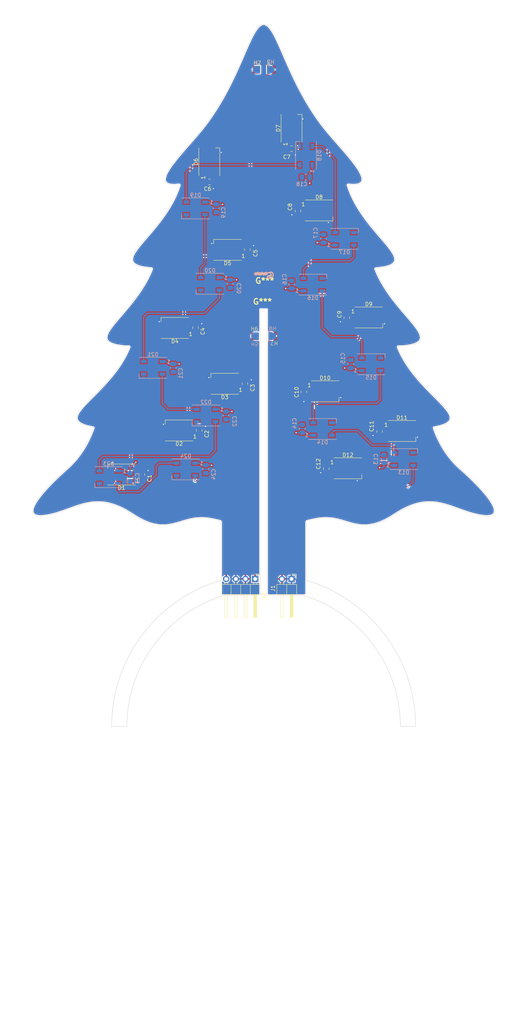
<source format=kicad_pcb>
(kicad_pcb (version 20240108) (generator "pcbnew") (generator_version "8.0")
  (layers (0 "F.Cu" signal) (31 "B.Cu" signal) (34 "B.Paste" user) (35 "F.Paste" user) (36 "B.SilkS" user "B.Silkscreen") (37 "F.SilkS" user "F.Silkscreen") (38 "B.Mask" user) (39 "F.Mask" user) (44 "Edge.Cuts" user))
  (net 0 "")
  (net 1 "+5V")
  (net 2 "GND")
  (net 3 "Net-(D1-DOUT)")
  (net 4 "Net-(D2-DOUT)")
  (net 5 "Net-(D3-DOUT)")
  (net 6 "Net-(D4-DOUT)")
  (net 7 "Net-(D5-DOUT)")
  (net 8 "Net-(D6-DOUT)")
  (net 9 "Net-(D7-DOUT)")
  (net 10 "Net-(D8-DOUT)")
  (net 11 "Net-(D10-DIN)")
  (net 12 "Net-(D10-DOUT)")
  (net 13 "Net-(D11-DOUT)")
  (net 14 "Net-(D12-DOUT)")
  (net 15 "Net-(D13-DOUT)")
  (net 16 "Net-(D14-DOUT)")
  (net 17 "Net-(D15-DOUT)")
  (net 18 "Net-(D16-DOUT)")
  (net 19 "Net-(D17-DOUT)")
  (net 20 "Net-(D18-DOUT)")
  (net 21 "Net-(D19-DOUT)")
  (net 22 "Net-(D20-DOUT)")
  (net 23 "Net-(D21-DOUT)")
  (net 24 "Net-(D22-DOUT)")
  (net 25 "Net-(D23-DOUT)")
  (net 26 "Net-(D1-DIN)")
  (net 27 "/D_OUT")
  (net 28 "Net-(D1-VDD)")
  (net 29 "Net-(D2-VDD)")
  (net 30 "Net-(D3-VDD)")
  (net 31 "Net-(D4-VDD)")
  (net 32 "Net-(D5-VDD)")
  (net 33 "Net-(D6-VDD)")
  (net 34 "Net-(D7-VDD)")
  (net 35 "Net-(D8-VDD)")
  (net 36 "Net-(D9-VDD)")
  (net 37 "Net-(D10-VDD)")
  (net 38 "Net-(D11-VDD)")
  (net 39 "Net-(D12-VDD)")
  (footprint "Capacitor_SMD:C_0805_2012Metric_Pad1.18x1.45mm_HandSolder" (layer "F.Cu") (at 108.98 70.11 -90)
    (property "Reference" "C8")
    (property "Value" "100nF")
  )
  (footprint "Connector_PinHeader_2.54mm:PinHeader_1x02_P2.54mm_Horizontal" (layer "F.Cu") (at 107.3 166.78 -90)
    (property "Reference" "J1")
    (property "Value" "Conn_01x02_Pin")
  )
  (footprint "Silkscreen:ChristmasTree_PCB2_TOP_Schnee_gefüllt_Eco1" (layer "F.Cu") (at 100.25 88.45)
    (property "Reference" "G***")
    (property "Value" "LOGO" (hide yes))
  )
  (footprint "Capacitor_SMD:C_0805_2012Metric_Pad1.18x1.45mm_HandSolder" (layer "F.Cu") (at 110.54 117.64 -90)
    (property "Reference" "C10")
    (property "Value" "100nF")
  )
  (footprint "Hella_Bauteile:LED_WS2812B_PLCC4_ECO1" (layer "F.Cu") (at 127.59 98.0975)
    (property "Reference" "D9")
    (property "Value" "WS2812B")
  )
  (footprint "Hella_Bauteile:SolderConnectorTriangle" (layer "F.Cu") (at 101.85 33 180)
    (property "Reference" "H3")
    (property "Value" "SolderConnectorTriangle")
  )
  (footprint "NetTie:NetTie-2_SMD_Pad0.5mm" (layer "F.Cu") (at 95.97 116.54 180)
    (property "Reference" "NT3" (hide yes))
    (property "Value" "NetTie_2" (hide yes))
  )
  (footprint "NetTie:NetTie-2_SMD_Pad0.5mm" (layer "F.Cu") (at 83.89 62.47)
    (property "Reference" "NT6" (hide yes))
    (property "Value" "NetTie_2" (hide yes))
  )
  (footprint "Hella_Bauteile:LED_WS2812B_PLCC4_ECO1" (layer "F.Cu") (at 122.11 137.72)
    (property "Reference" "D12")
    (property "Value" "WS2812B")
  )
  (footprint "Capacitor_SMD:C_0805_2012Metric_Pad1.18x1.45mm_HandSolder" (layer "F.Cu") (at 83.02 127.76 90)
    (property "Reference" "C2")
    (property "Value" "100nF")
  )
  (footprint "Capacitor_SMD:C_0805_2012Metric_Pad1.18x1.45mm_HandSolder" (layer "F.Cu") (at 82.05 100.77 90)
    (property "Reference" "C4")
    (property "Value" "100nF")
  )
  (footprint "NetTie:NetTie-2_SMD_Pad0.5mm" (layer "F.Cu") (at 83.94 128.8 180)
    (property "Reference" "NT2" (hide yes))
    (property "Value" "NetTie_2" (hide yes))
  )
  (footprint "NetTie:NetTie-2_SMD_Pad0.5mm" (layer "F.Cu") (at 109.62 116.6)
    (property "Reference" "NT10" (hide yes))
    (property "Value" "NetTie_2" (hide yes))
  )
  (footprint "Hella_Bauteile:LED_WS2812B_PLCC4_ECO1" (layer "F.Cu") (at 76.62 100.86 180)
    (property "Reference" "D4")
    (property "Value" "WS2812B")
  )
  (footprint "Capacitor_SMD:C_0805_2012Metric_Pad1.18x1.45mm_HandSolder" (layer "F.Cu") (at 121.82 98.18 -90)
    (property "Reference" "C9")
    (property "Value" "100nF")
  )
  (footprint "NetTie:NetTie-2_SMD_Pad0.5mm" (layer "F.Cu") (at 115.5 136.81)
    (property "Reference" "NT12" (hide yes))
    (property "Value" "NetTie_2" (hide yes))
  )
  (footprint "Hella_Bauteile:LED_WS2812B_PLCC4_ECO1" (layer "F.Cu") (at 114.53 69.98)
    (property "Reference" "D8")
    (property "Value" "WS2812B")
  )
  (footprint "Hella_Bauteile:LED_WS2812B_PLCC4_ECO1" (layer "F.Cu") (at 136.32 127.92)
    (property "Reference" "D11")
    (property "Value" "WS2812B")
  )
  (footprint "NetTie:NetTie-2_SMD_Pad0.5mm" (layer "F.Cu") (at 82.97 101.81 180)
    (property "Reference" "NT4" (hide yes))
    (property "Value" "NetTie_2" (hide yes))
  )
  (footprint "Hella_Bauteile:SolderConnectorRectangle" (layer "F.Cu") (at 97.8 103)
    (property "Reference" "H6")
    (property "Value" "SolderConnectorRectangle")
  )
  (footprint "NetTie:NetTie-2_SMD_Pad0.5mm" (layer "F.Cu") (at 96.6 81.3 180)
    (property "Reference" "NT5" (hide yes))
    (property "Value" "NetTie_2" (hide yes))
  )
  (footprint "Hella_Bauteile:LED_WS2812B_PLCC4_ECO1" (layer "F.Cu") (at 85.67 57.2 90)
    (property "Reference" "D6")
    (property "Value" "WS2812B")
  )
  (footprint "Hella_Bauteile:SolderConnectorRectangle" (layer "F.Cu") (at 98.17 33)
    (property "Reference" "H2")
    (property "Value" "SolderConnectorRectangle")
  )
  (footprint "Hella_Bauteile:LED_WS2812B_PLCC4_ECO1" (layer "F.Cu") (at 62.61 139.35 180)
    (property "Reference" "D1")
    (property "Value" "WS2812B")
  )
  (footprint "Capacitor_SMD:C_0805_2012Metric_Pad1.18x1.45mm_HandSolder" (layer "F.Cu") (at 130.47 128.06 -90)
    (property "Reference" "C11")
    (property "Value" "100nF")
  )
  (footprint "NetTie:NetTie-2_SMD_Pad0.5mm" (layer "F.Cu") (at 68.88 140.4 180)
    (property "Reference" "NT1" (hide yes))
    (property "Value" "NetTie_2" (hide yes))
  )
  (footprint "Hella_Bauteile:LED_WS2812B_PLCC4_ECO1" (layer "F.Cu") (at 107.3 48.4 90)
    (property "Reference" "D7")
    (property "Value" "WS2812B")
  )
  (footprint "Capacitor_SMD:C_0805_2012Metric_Pad1.18x1.45mm_HandSolder" (layer "F.Cu") (at 95.68 80.27 90)
    (property "Reference" "C5")
    (property "Value" "100nF")
  )
  (footprint "NetTie:NetTie-2_SMD_Pad0.5mm" (layer "F.Cu") (at 120.89 97.15)
    (property "Reference" "NT9" (hide yes))
    (property "Value" "NetTie_2" (hide yes))
  )
  (footprint "NetTie:NetTie-2_SMD_Pad0.5mm" (layer "F.Cu") (at 106.26 54.68 90)
    (property "Reference" "NT7" (hide yes))
    (property "Value" "NetTie_2" (hide yes))
  )
  (footprint "NetTie:NetTie-2_SMD_Pad0.5mm" (layer "F.Cu") (at 129.55 127.02)
    (property "Reference" "NT11" (hide yes))
    (property "Value" "NetTie_2" (hide yes))
  )
  (footprint "Capacitor_SMD:C_0805_2012Metric_Pad1.18x1.45mm_HandSolder" (layer "F.Cu") (at 107.3 53.76)
    (property "Reference" "C7")
    (property "Value" "100nF")
  )
  (footprint "Hella_Bauteile:SolderConnectorTriangle" (layer "F.Cu") (at 102.2 103 180)
    (property "Reference" "H7")
    (property "Value" "SolderConnectorTriangle")
  )
  (footprint "NetTie:NetTie-2_SMD_Pad0.5mm" (layer "F.Cu") (at 108.06 69.07)
    (property "Reference" "NT8" (hide yes))
    (property "Value" "NetTie_2" (hide yes))
  )
  (footprint "Capacitor_SMD:C_0805_2012Metric_Pad1.18x1.45mm_HandSolder" (layer "F.Cu") (at 67.95 139.36 90)
    (property "Reference" "C1")
    (property "Value" "100nF")
  )
  (footprint "Hella_Bauteile:LED_WS2812B_PLCC4_ECO1" (layer "F.Cu") (at 89.74 115.52 180)
    (property "Reference" "D3")
    (property "Value" "WS2812B")
  )
  (footprint "Capacitor_SMD:C_0805_2012Metric_Pad1.18x1.45mm_HandSolder" (layer "F.Cu") (at 116.43 137.85 -90)
    (property "Reference" "C12")
    (property "Value" "100nF")
  )
  (footprint "Hella_Bauteile:LED_WS2812B_PLCC4_ECO1" (layer "F.Cu") (at 77.74 127.78 180)
    (property "Reference" "D2")
    (property "Value" "WS2812B")
  )
  (footprint "Connector_PinHeader_2.54mm:PinHeader_1x04_P2.54mm_Horizontal" (layer "F.Cu") (at 97.73 166.78 -90)
    (property "Reference" "J2")
    (property "Value" "Conn_01x04")
  )
  (footprint "Hella_Bauteile:LED_WS2812B_PLCC4_ECO1" (layer "F.Cu") (at 116.12 117.49)
    (property "Reference" "D10")
    (property "Value" "WS2812B")
  )
  (footprint "Capacitor_SMD:C_0805_2012Metric_Pad1.18x1.45mm_HandSolder" (layer "F.Cu") (at 85.72 62.49)
    (property "Reference" "C6")
    (property "Value" "100nF")
  )
  (footprint "Silkscreen:ChristmasTree_PCB2_TOP_Kugeln_Eco1" (layer "F.Cu") (at 110.29 99.62)
    (property "Reference" "G***")
    (property "Value" "LOGO" (hide yes))
  )
  (footprint "Capacitor_SMD:C_0805_2012Metric_Pad1.18x1.45mm_HandSolder" (layer "F.Cu") (at 95.04 115.5 90)
    (property "Reference" "C3")
    (property "Value" "100nF")
  )
  (footprint "Hella_Bauteile:LED_WS2812B_PLCC4_ECO1" (layer "F.Cu") (at 90.46 80.34 180)
    (property "Reference" "D5")
    (property "Value" "WS2812B")
  )
  (footprint "Hella_Bauteile:LED_WS2812B_ECO2" (layer "B.Cu") (at 82.07 69.44 180)
    (property "Reference" "D19")
    (property "Value" "WS2812B")
  )
  (footprint "Hella_Bauteile:SolderConnectorCircle" (layer "B.Cu") (at 98.2 103)
    (property "Reference" "H5")
    (property "Value" "SolderConnectorCircle")
  )
  (footprint "Capacitor_SMD:C_0805_2012Metric_Pad1.18x1.45mm_HandSolder" (layer "B.Cu") (at 107.34 89.45 90)
    (property "Reference" "C16")
    (property "Value" "100nF")
  )
  (footprint "Hella_Bauteile:LED_WS2812B_ECO2" (layer "B.Cu") (at 84.81 123.8425 180)
    (property "Reference" "D22")
    (property "Value" "WS2812B")
  )
  (footprint "Capacitor_SMD:C_0805_2012Metric_Pad1.18x1.45mm_HandSolder" (layer "B.Cu") (at 90.06 123.85 -90)
    (property "Reference" "C22")
    (property "Value" "100nF")
  )
  (footprint "Hella_Bauteile:LED_WS2812B_ECO2" (layer "B.Cu") (at 136.8 135.3)
    (property "Reference" "D13")
    (property "Value" "WS2812B")
  )
  (footprint "Hella_Bauteile:LED_WS2812B_ECO2" (layer "B.Cu") (at 70.85 111.3225 180)
    (property "Reference" "D21")
    (property "Value" "WS2812B")
  )
  (footprint "Capacitor_SMD:C_0805_2012Metric_Pad1.18x1.45mm_HandSolder" (layer "B.Cu") (at 122.88 110.34 90)
    (property "Reference" "C15")
    (property "Value" "100nF")
  )
  (footprint "Hella_Bauteile:LED_WS2812B_ECO2" (layer "B.Cu") (at 85.86 89.25 180)
    (property "Reference" "D20")
    (property "Value" "WS2812B")
  )
  (footprint "Hella_Bauteile:LED_WS2812B_ECO2" (layer "B.Cu") (at 59.22 140.0425 180)
    (property "Reference" "D23")
    (property "Value" "WS2812B")
  )
  (footprint "Hella_Bauteile:LED_WS2812B_ECO2" (layer "B.Cu") (at 112.88 89.47)
    (property "Reference" "D16")
    (property "Value" "WS2812B")
  )
  (footprint "Hella_Bauteile:LED_WS2812B_ECO2" (layer "B.Cu") (at 121.22 77.44)
    (property "Reference" "D17")
    (property "Value" "WS2812B")
  )
  (footprint "Hella_Bauteile:SolderConnectorTrapezoid" (layer "B.Cu") (at 101.83 33 180)
    (property "Reference" "H4")
    (property "Value" "SolderConnectorTrapezoid")
  )
  (footprint "Silkscreen:ChristmasTree_PCB2_BOT_Kugeln_Eco2" (layer "B.Cu") (at 94.959892 115.350189 180)
    (property "Reference" "G***")
    (property "Value" "LOGO" (hide yes))
  )
  (footprint "Capacitor_SMD:C_0805_2012Metric_Pad1.18x1.45mm_HandSolder" (layer "B.Cu") (at 111.04 61.23 180)
    (property "Reference" "C18")
    (property "Value" "100nF")
  )
  (footprint "Hella_Bauteile:LED_WS2812B_ECO2" (layer "B.Cu") (at 79.48 138.0025 180)
    (property "Reference" "D24")
    (property "Value" "WS2812B")
  )
  (footprint "Hella_Bauteile:LED_WS2812B_ECO2" (layer "B.Cu") (at 111.1 55.56 90)
    (property "Reference" "D18")
    (property "Value" "WS2812B")
  )
  (footprint "Hella_Bauteile:LED_WS2812B_ECO2" (layer "B.Cu") (at 115.44 127.4)
    (property "Reference" "D14")
    (property "Value" "WS2812B")
  )
  (footprint "Capacitor_SMD:C_0805_2012Metric_Pad1.18x1.45mm_HandSolder" (layer "B.Cu") (at 91.16 89.26 -90)
    (property "Reference" "C20")
    (property "Value" "100nF")
  )
  (footprint "Hella_Bauteile:SolderConnectorCircle" (layer "B.Cu") (at 98.57 33)
    (property "Reference" "H1")
    (property "Value" "SolderConnectorCircle")
  )
  (footprint "Capacitor_SMD:C_0805_2012Metric_Pad1.18x1.45mm_HandSolder" (layer "B.Cu") (at 115.7 77.38 90)
    (property "Reference" "C17")
    (property "Value" "100nF")
  )
  (footprint "Hella_Bauteile:LED_WS2812B_ECO2" (layer "B.Cu") (at 128.23 110.39)
    (property "Reference" "D15")
    (property "Value" "WS2812B")
  )
  (footprint "Capacitor_SMD:C_0805_2012Metric_Pad1.18x1.45mm_HandSolder" (layer "B.Cu") (at 64.82 140.09 -90)
    (property "Reference" "C23")
    (property "Value" "100nF")
  )
  (footprint "Capacitor_SMD:C_0805_2012Metric_Pad1.18x1.45mm_HandSolder" (layer "B.Cu") (at 87.48 69.41 -90)
    (property "Reference" "C19")
    (property "Value" "100nF")
  )
  (footprint "Hella_Bauteile:SolderConnectorTrapezoid" (layer "B.Cu") (at 102.2 103 180)
    (property "Reference" "H8")
    (property "Value" "SolderConnectorTrapezoid")
  )
  (footprint "Capacitor_SMD:C_0805_2012Metric_Pad1.18x1.45mm_HandSolder" (layer "B.Cu") (at 84.72 137.94 -90)
    (property "Reference" "C24")
    (property "Value" "100nF")
  )
  (footprint "Silkscreen:ChristmasTree_PCB2_BOT_Schnee_gefüllt_Eco2" (layer "B.Cu") (at 100.28 87 180)
    (property "Reference" "G***")
    (property "Value" "LOGO" (hide yes))
  )
  (footprint "Capacitor_SMD:C_0805_2012Metric_Pad1.18x1.45mm_HandSolder" (layer "B.Cu") (at 131.59 135.27 90)
    (property "Reference" "C13")
    (property "Value" "100nF")
  )
  (footprint "Capacitor_SMD:C_0805_2012Metric_Pad1.18x1.45mm_HandSolder" (layer "B.Cu") (at 76.19 111.34 -90)
    (property "Reference" "C21")
    (property "Value" "100nF")
  )
  (footprint "Capacitor_SMD:C_0805_2012Metric_Pad1.18x1.45mm_HandSolder" (layer "B.Cu") (at 110.11 127.32 90)
    (property "Reference" "C14")
    (property "Value" "100nF")
  )
  (gr_curve (pts (xy 144.738171 126.931397) (xy 144.794315 126.920813) (xy 144.84739 126.913405) (xy 144.903879 126.903139)) (stroke (width 0.1)) (layer "Edge.Cuts"))
  (gr_curve (pts (xy 156.944125 150.07) (xy 164.733475 151.421173) (xy 159.191361 144.509974) (xy 151.553591 137.747259)) (stroke (width 0.1)) (layer "Edge.Cuts"))
  (gr_curve (pts (xy 115.563423 47.916171) (xy 113.785399 45.616045) (xy 112.254416 43.263055) (xy 110.920812 40.959331)) (stroke (width 0.1)) (layer "Edge.Cuts"))
  (gr_curve (pts (xy 136.9099 105.588359) (xy 148.350337 104.423929) (xy 134.136938 97.682566) (xy 129.3183 85.490396)) (stroke (width 0.1)) (layer "Edge.Cuts"))
  (gr_line (start 100.866658 167.158358) (end 100.866658 171.04958) (stroke (width 0.1)) (layer "Edge.Cuts"))
  (gr_curve (pts (xy 129.3183 85.490396) (xy 129.236993 85.289551) (xy 129.34997 85.127283) (xy 129.568754 85.116594)) (stroke (width 0.1)) (layer "Edge.Cuts"))
  (gr_curve (pts (xy 88.773363 167.154918) (xy 72.150618 171.98459) (xy 60.004433 187.330404) (xy 60.004433 205.519453)) (stroke (width 0.1)) (layer "Edge.Cuts"))
  (gr_curve (pts (xy 84.370702 47.916171) (xy 83.612275 48.896821) (xy 82.702083 49.969255) (xy 81.739 51.073598)) (stroke (width 0.1)) (layer "Edge.Cuts"))
  (gr_curve (pts (xy 77.904425 63.448886) (xy 73.74862 76.607578) (xy 57.852447 83.864322) (xy 69.765747 85.074234)) (stroke (width 0.1)) (layer "Edge.Cuts"))
  (gr_curve (pts (xy 100.348181 21.101636) (xy 100.245682 21.066341) (xy 100.108231 21.048587) (xy 99.96697 21.048587)) (stroke (width 0.1)) (layer "Edge.Cuts"))
  (gr_curve (pts (xy 122.029858 63.448886) (xy 121.96612 63.244416) (xy 122.089786 63.103156) (xy 122.30476 63.127973)) (stroke (width 0.1)) (layer "Edge.Cuts"))
  (gr_curve (pts (xy 70.368996 85.116594) (xy 70.584313 85.127177) (xy 70.697132 85.289551) (xy 70.61601 85.490396)) (stroke (width 0.1)) (layer "Edge.Cuts"))
  (gr_curve (pts (xy 111.421721 151.523487) (xy 112.180333 151.332987) (xy 113.016124 151.149367) (xy 113.954547 150.972969)) (stroke (width 0.1)) (layer "Edge.Cuts"))
  (gr_line (start 88.787492 167.154918) (end 88.773363 167.154918) (stroke (width 0.1)) (layer "Edge.Cuts"))
  (gr_curve (pts (xy 55.231435 127.322768) (xy 54.049596 130.610767) (xy 51.978757 134.561944) (xy 48.383974 137.747259)) (stroke (width 0.1)) (layer "Edge.Cuts"))
  (gr_curve (pts (xy 64.470647 105.634185) (xy 64.685806 105.623602) (xy 64.798624 105.771662) (xy 64.717503 105.969041)) (stroke (width 0.1)) (layer "Edge.Cuts"))
  (gr_curve (pts (xy 129.568754 85.116594) (xy 129.759254 85.10945) (xy 129.960099 85.095162) (xy 130.168193 85.074234)) (stroke (width 0.1)) (layer "Edge.Cuts"))
  (gr_curve (pts (xy 48.383974 137.747259) (xy 40.742764 144.509974) (xy 35.20065 151.421173) (xy 42.99 150.07)) (stroke (width 0.1)) (layer "Edge.Cuts"))
  (gr_curve (pts (xy 111.146475 151.996164) (xy 111.146475 151.784286) (xy 111.210213 151.576192) (xy 111.421721 151.523487)) (stroke (width 0.1)) (layer "Edge.Cuts"))
  (gr_line (start 99.046274 167.154918) (end 99.046274 95.950394) (stroke (width 0.1)) (layer "Edge.Cuts"))
  (gr_curve (pts (xy 64.717503 105.969041) (xy 59.59515 118.76446) (xy 43.247518 124.818172) (xy 55.030246 126.903139)) (stroke (width 0.1)) (layer "Edge.Cuts"))
  (gr_curve (pts (xy 55.196113 126.931397) (xy 55.287765 126.945155) (xy 55.305492 127.118113) (xy 55.231435 127.322768)) (stroke (width 0.1)) (layer "Edge.Cuts"))
  (gr_curve (pts (xy 134.475578 149.769937) (xy 144.491156 143.134354) (xy 149.154775 148.718854) (xy 156.944125 150.07)) (stroke (width 0.1)) (layer "Edge.Cuts"))
  (gr_curve (pts (xy 89.013313 40.959331) (xy 87.679894 43.263055) (xy 86.152324 45.616045) (xy 84.370702 47.916171)) (stroke (width 0.1)) (layer "Edge.Cuts"))
  (gr_curve (pts (xy 144.70269 127.322768) (xy 144.628607 127.118113) (xy 144.646175 126.945181) (xy 144.738171 126.931397)) (stroke (width 0.1)) (layer "Edge.Cuts"))
  (gr_curve (pts (xy 99.96697 21.048587) (xy 99.825894 21.048587) (xy 99.688443 21.066314) (xy 99.586129 21.101636)) (stroke (width 0.1)) (layer "Edge.Cuts"))
  (gr_curve (pts (xy 144.903879 126.903139) (xy 156.686448 124.818172) (xy 140.33879 118.76446) (xy 135.216622 105.969041)) (stroke (width 0.1)) (layer "Edge.Cuts"))
  (gr_curve (pts (xy 70.61601 85.490396) (xy 65.797002 97.682566) (xy 51.583603 104.423929) (xy 63.024225 105.588359)) (stroke (width 0.1)) (layer "Edge.Cuts"))
  (gr_curve (pts (xy 113.954547 150.972969) (xy 121.892037 149.470217) (xy 124.551996 156.345935) (xy 134.475578 149.769937)) (stroke (width 0.1)) (layer "Edge.Cuts"))
  (gr_curve (pts (xy 139.905059 205.519453) (xy 139.905059 196.43198) (xy 136.870954 188.05007) (xy 131.755691 181.33662)) (stroke (width 0.1)) (layer "Edge.Cuts"))
  (gr_curve (pts (xy 118.195125 51.073598) (xy 117.235667 49.969255) (xy 116.325475 48.896821) (xy 115.563423 47.916171)) (stroke (width 0.1)) (layer "Edge.Cuts"))
  (gr_curve (pts (xy 69.765747 85.074234) (xy 69.973841 85.095136) (xy 70.17503 85.10937) (xy 70.368996 85.116594)) (stroke (width 0.1)) (layer "Edge.Cuts"))
  (gr_curve (pts (xy 64.004875 205.519453) (xy 64.004875 189.683393) (xy 74.559938 175.540268) (xy 89.704748 171.04958)) (stroke (width 0.1)) (layer "Edge.Cuts"))
  (gr_line (start 88.787492 151.996164) (end 88.787492 167.154918) (stroke (width 0.1)) (layer "Edge.Cuts"))
  (gr_curve (pts (xy 63.024225 105.588359) (xy 63.549766 105.641091) (xy 64.029666 105.651753) (xy 64.470647 105.634185)) (stroke (width 0.1)) (layer "Edge.Cuts"))
  (gr_curve (pts (xy 131.755691 181.33662) (xy 130.637405 179.869005) (xy 129.42027 178.478912) (xy 128.111484 177.180815)) (stroke (width 0.1)) (layer "Edge.Cuts"))
  (gr_line (start 100.866658 171.04958) (end 110.208025 171.04958) (stroke (width 0.1)) (layer "Edge.Cuts"))
  (gr_line (start 99.046274 95.950394) (end 100.866658 95.950394) (stroke (width 0.1)) (layer "Edge.Cuts"))
  (gr_curve (pts (xy 110.920812 40.959331) (xy 105.212989 31.081548) (xy 103.103205 22.015294) (xy 100.348181 21.101636)) (stroke (width 0.1)) (layer "Edge.Cuts"))
  (gr_line (start 99.046274 171.04958) (end 99.046274 167.154918) (stroke (width 0.1)) (layer "Edge.Cuts"))
  (gr_curve (pts (xy 42.99 150.07) (xy 50.77935 148.718854) (xy 55.446567 143.134354) (xy 65.458362 149.769937)) (stroke (width 0.1)) (layer "Edge.Cuts"))
  (gr_curve (pts (xy 88.515844 151.523487) (xy 88.724097 151.576192) (xy 88.787492 151.784286) (xy 88.787492 151.996164)) (stroke (width 0.1)) (layer "Edge.Cuts"))
  (gr_curve (pts (xy 130.168193 85.074234) (xy 142.081651 83.864322) (xy 126.18532 76.607578) (xy 122.029858 63.448886)) (stroke (width 0.1)) (layer "Edge.Cuts"))
  (gr_curve (pts (xy 135.216622 105.969041) (xy 135.135316 105.771662) (xy 135.248319 105.623522) (xy 135.463637 105.634185)) (stroke (width 0.1)) (layer "Edge.Cuts"))
  (gr_line (start 100.866658 95.950394) (end 100.866658 167.158358) (stroke (width 0.1)) (layer "Edge.Cuts"))
  (gr_line (start 111.146475 167.158358) (end 111.146475 151.996164) (stroke (width 0.1)) (layer "Edge.Cuts"))
  (gr_curve (pts (xy 85.979393 150.972969) (xy 86.917842 151.149367) (xy 87.753951 151.332987) (xy 88.515844 151.523487)) (stroke (width 0.1)) (layer "Edge.Cuts"))
  (gr_curve (pts (xy 77.62918 63.127973) (xy 77.844312 63.103103) (xy 77.96782 63.244416) (xy 77.904425 63.448886)) (stroke (width 0.1)) (layer "Edge.Cuts"))
  (gr_curve (pts (xy 55.030246 126.903139) (xy 55.086735 126.913458) (xy 55.139625 126.920602) (xy 55.196113 126.931397)) (stroke (width 0.1)) (layer "Edge.Cuts"))
  (gr_curve (pts (xy 128.111484 177.180815) (xy 123.444398 172.541643) (xy 117.637701 169.049359) (xy 111.146475 167.158358)) (stroke (width 0.1)) (layer "Edge.Cuts"))
  (gr_curve (pts (xy 99.586129 21.101636) (xy 96.83436 22.015294) (xy 94.721294 31.081548) (xy 89.013313 40.959331)) (stroke (width 0.1)) (layer "Edge.Cuts"))
  (gr_curve (pts (xy 122.30476 63.127973) (xy 130.161314 64.091029) (xy 123.430296 57.08839) (xy 118.195125 51.073598)) (stroke (width 0.1)) (layer "Edge.Cuts"))
  (gr_curve (pts (xy 65.458362 149.769937) (xy 75.381944 156.345935) (xy 78.041903 149.470217) (xy 85.979393 150.972969)) (stroke (width 0.1)) (layer "Edge.Cuts"))
  (gr_curve (pts (xy 110.208025 171.04958) (xy 125.349555 175.547491) (xy 135.904617 189.686833) (xy 135.904617 205.519453)) (stroke (width 0.1)) (layer "Edge.Cuts"))
  (gr_curve (pts (xy 151.553591 137.747259) (xy 147.955209 134.561944) (xy 145.884688 130.610767) (xy 144.70269 127.322768)) (stroke (width 0.1)) (layer "Edge.Cuts"))
  (gr_line (start 135.904617 205.519453) (end 139.905059 205.519453) (stroke (width 0.1)) (layer "Edge.Cuts"))
  (gr_line (start 89.704748 171.04958) (end 99.046274 171.04958) (stroke (width 0.1)) (layer "Edge.Cuts"))
  (gr_curve (pts (xy 81.739 51.073598) (xy 76.507268 57.08839) (xy 69.772811 64.091029) (xy 77.62918 63.127973)) (stroke (width 0.1)) (layer "Edge.Cuts"))
  (gr_line (start 60.004433 205.519453) (end 64.004875 205.519453) (stroke (width 0.1)) (layer "Edge.Cuts"))
  (gr_curve (pts (xy 135.463637 105.634185) (xy 135.904617 105.651647) (xy 136.384174 105.641064) (xy 136.9099 105.588359)) (stroke (width 0.1)) (layer "Edge.Cuts"))
  (segment (start 104.7825 166.8) (end 104.7825 168.315) (width 0.4) (layer "F.Cu") (net 1))
  (segment (start 95.19 166.78) (end 96.43 166.78) (width 0.4) (layer "F.Cu") (net 1))
  (segment (start 95.19 166.78) (end 95.19 165.25) (width 0.4) (layer "F.Cu") (net 1))
  (segment (start 95.19 165.25) (end 95.2 165.24) (width 0.4) (layer "F.Cu") (net 1))
  (segment (start 95.395 166.525) (end 95.4 166.52) (width 0.4) (layer "F.Cu") (net 1))
  (segment (start 104.7825 166.8) (end 104.7825 165.145) (width 0.4) (layer "F.Cu") (net 1))
  (segment (start 95.19 168.44) (end 95.18 168.45) (width 0.4) (layer "F.Cu") (net 1))
  (segment (start 95.19 166.78) (end 95.19 168.44) (width 0.4) (layer "F.Cu") (net 1))
  (segment (start 95.19 166.78) (end 93.96 166.78) (width 0.4) (layer "F.Cu") (net 1))
  (segment (start 104.76 166.78) (end 105.97 166.78) (width 0.4) (layer "F.Cu") (net 1))
  (segment (start 104.7825 166.8) (end 103.1575 166.8) (width 0.4) (layer "F.Cu") (net 1))
  (via (at 108.49 128.36) (size 0.6) (drill 0.3) (layers "F.Cu" "B.Cu") (net 1))
  (via (at 130.45 137.55) (size 0.6) (drill 0.3) (layers "F.Cu" "B.Cu") (net 1))
  (via (at 92.82 88.2) (size 0.6) (drill 0.3) (layers "F.Cu" "B.Cu") (net 1))
  (via (at 89.14 68.39) (size 0.6) (drill 0.3) (layers "F.Cu" "B.Cu") (net 1))
  (via (at 121.23 111.37) (size 0.6) (drill 0.3) (layers "F.Cu" "B.Cu") (net 1))
  (via (at 114.07 78.43) (size 0.6) (drill 0.3) (layers "F.Cu" "B.Cu") (net 1))
  (via (at 77.73 110.31) (size 0.6) (drill 0.3) (layers "F.Cu" "B.Cu") (net 1))
  (via (at 66.34 136.13) (size 0.6) (drill 0.3) (layers "F.Cu" "B.Cu") (net 1))
  (via (at 105.76 90.48) (size 0.6) (drill 0.3) (layers "F.Cu" "B.Cu") (net 1))
  (via (at 91.61 122.79) (size 0.6) (drill 0.3) (layers "F.Cu" "B.Cu") (net 1))
  (via (at 86.27 136.92) (size 0.6) (drill 0.3) (layers "F.Cu" "B.Cu") (net 1))
  (via (at 112.06 62.84) (size 0.6) (drill 0.3) (layers "F.Cu" "B.Cu") (net 1))
  (segment (start 92.7975 88.2225) (end 92.82 88.2) (width 0.4) (layer "B.Cu") (net 1))
  (segment (start 124.58 112.04) (end 125.78 112.04) (width 0.4) (layer "B.Cu") (net 1))
  (segment (start 76.19 110.3025) (end 74.9525 110.3025) (width 0.4) (layer "B.Cu") (net 1))
  (segment (start 115.7 78.4175) (end 116.8375 78.4175) (width 0.4) (layer "B.Cu") (net 1))
  (segment (start 122.88 111.3775) (end 121.2375 111.3775) (width 0.4) (layer "B.Cu") (net 1))
  (segment (start 112.75 59.53) (end 112.75 58.01) (width 0.4) (layer "B.Cu") (net 1))
  (segment (start 108.5075 90.4875) (end 109.14 91.12) (width 0.4) (layer "B.Cu") (net 1))
  (segment (start 76.19 110.3025) (end 77.7225 110.3025) (width 0.4) (layer "B.Cu") (net 1))
  (segment (start 87.48 68.3725) (end 86.3925 68.3725) (width 0.4) (layer "B.Cu") (net 1))
  (segment (start 83.6025 136.9025) (end 83.0525 136.3525) (width 0.4) (layer "B.Cu") (net 1))
  (segment (start 88.9825 122.8125) (end 88.3625 122.1925) (width 0.4) (layer "B.Cu") (net 1))
  (segment (start 64.82 139.0525) (end 63.6225 139.0525) (width 0.4) (layer "B.Cu") (net 1))
  (segment (start 131.59 136.3075) (end 132.5575 136.3075) (width 0.4) (layer "B.Cu") (net 1))
  (segment (start 112.0775 62.8225) (end 112.06 62.84) (width 0.4) (layer "B.Cu") (net 1))
  (segment (start 74.9525 110.3025) (end 74.3225 109.6725) (width 0.4) (layer "B.Cu") (net 1))
  (segment (start 86.2525 136.9025) (end 86.27 136.92) (width 0.4) (layer "B.Cu") (net 1))
  (segment (start 107.34 90.4875) (end 105.7675 90.4875) (width 0.4) (layer "B.Cu") (net 1))
  (segment (start 86.3925 68.3725) (end 85.81 67.79) (width 0.4) (layer "B.Cu") (net 1))
  (segment (start 116.8375 78.4175) (end 117.51 79.09) (width 0.4) (layer "B.Cu") (net 1))
  (segment (start 91.16 88.2225) (end 90.0525 88.2225) (width 0.4) (layer "B.Cu") (net 1))
  (segment (start 123.9175 111.3775) (end 124.58 112.04) (width 0.4) (layer "B.Cu") (net 1))
  (segment (start 110.11 128.3575) (end 108.4925 128.3575) (width 0.4) (layer "B.Cu") (net 1))
  (segment (start 121.2375 111.3775) (end 121.23 111.37) (width 0.4) (layer "B.Cu") (net 1))
  (segment (start 114.0825 78.4175) (end 114.07 78.43) (width 0.4) (layer "B.Cu") (net 1))
  (segment (start 90.06 122.8125) (end 88.9825 122.8125) (width 0.4) (layer "B.Cu") (net 1))
  (segment (start 112.0775 61.23) (end 112.0775 62.8225) (width 0.4) (layer "B.Cu") (net 1))
  (segment (start 63.6225 139.0525) (end 62.9625 138.3925) (width 0.4) (layer "B.Cu") (net 1))
  (segment (start 85.81 67.79) (end 84.52 67.79) (width 0.4) (layer "B.Cu") (net 1))
  (segment (start 91.16 88.2225) (end 92.7975 88.2225) (width 0.4) (layer "B.Cu") (net 1))
  (segment (start 112.0775 61.23) (end 112.0775 60.2025) (width 0.4) (layer "B.Cu") (net 1))
  (segment (start 132.5575 136.3075) (end 133.2 136.95) (width 0.4) (layer "B.Cu") (net 1))
  (segment (start 62.9625 138.3925) (end 61.67 138.3925) (width 0.4) (layer "B.Cu") (net 1))
  (segment (start 89.1225 68.3725) (end 89.14 68.39) (width 0.4) (layer "B.Cu") (net 1))
  (segment (start 117.51 79.09) (end 118.77 79.09) (width 0.4) (layer "B.Cu") (net 1))
  (segment (start 110.11 128.3575) (end 111.0975 128.3575) (width 0.4) (layer "B.Cu") (net 1))
  (segment (start 131.29 137.55) (end 131.59 137.25) (width 0.4) (layer "B.Cu") (net 1))
  (segment (start 87.48 68.3725) (end 89.1225 68.3725) (width 0.4) (layer "B.Cu") (net 1))
  (segment (start 77.7225 110.3025) (end 77.73 110.31) (width 0.4) (layer "B.Cu") (net 1))
  (segment (start 108.4925 128.3575) (end 108.49 128.36) (width 0.4) (layer "B.Cu") (net 1))
  (segment (start 90.06 122.8125) (end 91.5875 122.8125) (width 0.4) (layer "B.Cu") (net 1))
  (segment (start 133.2 136.95) (end 134.35 136.95) (width 0.4) (layer "B.Cu") (net 1))
  (segment (start 111.0975 128.3575) (end 111.82 129.08) (width 0.4) (layer "B.Cu") (net 1))
  (segment (start 88.3625 122.1925) (end 87.26 122.1925) (width 0.4) (layer "B.Cu") (net 1))
  (segment (start 131.59 137.25) (end 131.59 136.3075) (width 0.4) (layer "B.Cu") (net 1))
  (segment (start 90.0525 88.2225) (end 89.43 87.6) (width 0.4) (layer "B.Cu") (net 1))
  (segment (start 64.82 139.0525) (end 64.82 137.65) (width 0.4) (layer "B.Cu") (net 1))
  (segment (start 109.14 91.12) (end 110.43 91.12) (width 0.4) (layer "B.Cu") (net 1))
  (segment (start 111.82 129.08) (end 112.96 129.08) (width 0.4) (layer "B.Cu") (net 1))
  (segment (start 84.72 136.9025) (end 86.2525 136.9025) (width 0.4) (layer "B.Cu") (net 1))
  (segment (start 112.96 129.08) (end 112.99 129.05) (width 0.4) (layer "B.Cu") (net 1))
  (segment (start 112.0775 60.2025) (end 112.75 59.53) (width 0.4) (layer "B.Cu") (net 1))
  (segment (start 83.0525 136.3525) (end 81.93 136.3525) (width 0.4) (layer "B.Cu") (net 1))
  (segment (start 74.3225 109.6725) (end 73.3 109.6725) (width 0.4) (layer "B.Cu") (net 1))
  (segment (start 107.34 90.4875) (end 108.5075 90.4875) (width 0.4) (layer "B.Cu") (net 1))
  (segment (start 105.7675 90.4875) (end 105.76 90.48) (width 0.4) (layer "B.Cu") (net 1))
  (segment (start 64.82 137.65) (end 66.34 136.13) (width 0.4) (layer "B.Cu") (net 1))
  (segment (start 122.88 111.3775) (end 123.9175 111.3775) (width 0.4) (layer "B.Cu") (net 1))
  (segment (start 89.43 87.6) (end 88.31 87.6) (width 0.4) (layer "B.Cu") (net 1))
  (segment (start 91.5875 122.8125) (end 91.61 122.79) (width 0.4) (layer "B.Cu") (net 1))
  (segment (start 115.7 78.4175) (end 114.0825 78.4175) (width 0.4) (layer "B.Cu") (net 1))
  (segment (start 84.72 136.9025) (end 83.6025 136.9025) (width 0.4) (layer "B.Cu") (net 1))
  (segment (start 130.45 137.55) (end 131.29 137.55) (width 0.4) (layer "B.Cu") (net 1))
  (segment (start 108.3375 55.4025) (end 108.3 55.44) (width 0.4) (layer "F.Cu") (net 2))
  (segment (start 72.52 99.21) (end 72.51 99.2) (width 0.4) (layer "F.Cu") (net 2))
  (segment (start 86.35 78.69) (end 86.33 78.67) (width 0.4) (layer "F.Cu") (net 2))
  (segment (start 83.6975 99.7325) (end 83.7 99.73) (width 0.4) (layer "F.Cu") (net 2))
  (segment (start 124.56 140.99) (end 124.57 141) (width 0.4) (layer "F.Cu") (net 2))
  (segment (start 121.82 99.2175) (end 120.1425 99.2175) (width 0.4) (layer "F.Cu") (net 2))
  (segment (start 88.01 78.69) (end 86.35 78.69) (width 0.4) (layer "F.Cu") (net 2))
  (segment (start 69.5575 138.3225) (end 69.58 138.3) (width 0.4) (layer "F.Cu") (net 2))
  (segment (start 83.02 126.7225) (end 84.6425 126.7225) (width 0.4) (layer "F.Cu") (net 2))
  (segment (start 88.8 54.75) (end 88.81 54.74) (width 0.4) (layer "F.Cu") (net 2))
  (segment (start 110.54 118.6775) (end 110.54 120.2) (width 0.4) (layer "F.Cu") (net 2))
  (segment (start 87.29 113.87) (end 85.58 113.87) (width 0.4) (layer "F.Cu") (net 2))
  (segment (start 108.98 71.1475) (end 107.3975 71.1475) (width 0.4) (layer "F.Cu") (net 2))
  (segment (start 86.7575 62.49) (end 86.7575 64.2225) (width 0.4) (layer "F.Cu") (net 2))
  (segment (start 131.7075 99.7475) (end 131.71 99.75) (width 0.4) (layer "F.Cu") (net 2))
  (segment (start 138.77 129.57) (end 140.41 129.57) (width 0.4) (layer "F.Cu") (net 2))
  (segment (start 92.65 166.78) (end 92.64 166.77) (width 0.4) (layer "F.Cu") (net 2))
  (segment (start 124.56 139.37) (end 124.56 140.99) (width 0.4) (layer "F.Cu") (net 2))
  (segment (start 95.04 114.4625) (end 96.6875 114.4625) (width 0.4) (layer "F.Cu") (net 2))
  (segment (start 60.16 137.7) (end 60.16 136.27) (width 0.4) (layer "F.Cu") (net 2))
  (segment (start 130.04 99.7475) (end 131.7075 99.7475) (width 0.4) (layer "F.Cu") (net 2))
  (segment (start 97.2975 79.2325) (end 97.32 79.21) (width 0.4) (layer "F.Cu") (net 2))
  (segment (start 73.63 126.13) (end 73.6 126.16) (width 0.4) (layer "F.Cu") (net 2))
  (segment (start 95.68 79.2325) (end 97.2975 79.2325) (width 0.4) (layer "F.Cu") (net 2))
  (segment (start 86.7575 64.2225) (end 86.74 64.24) (width 0.4) (layer "F.Cu") (net 2))
  (segment (start 96.6875 114.4625) (end 96.69 114.46) (width 0.4) (layer "F.Cu") (net 2))
  (segment (start 82.05 99.7325) (end 83.6975 99.7325) (width 0.4) (layer "F.Cu") (net 2))
  (segment (start 130.4575 129.11) (end 130.47 129.0975) (width 0.4) (layer "F.Cu") (net 2))
  (segment (start 120.1425 99.2175) (end 120.13 99.23) (width 0.4) (layer "F.Cu") (net 2))
  (segment (start 116.43 138.8875) (end 114.9675 138.8875) (width 0.4) (layer "F.Cu") (net 2))
  (segment (start 107.3975 71.1475) (end 107.38 71.13) (width 0.4) (layer "F.Cu") (net 2))
  (segment (start 108.95 45.95) (end 110.28 45.95) (width 0.4) (layer "F.Cu") (net 2))
  (segment (start 84.6425 126.7225) (end 84.65 126.73) (width 0.4) (layer "F.Cu") (net 2))
  (segment (start 87.32 54.75) (end 88.8 54.75) (width 0.4) (layer "F.Cu") (net 2))
  (segment (start 114.9675 138.8875) (end 114.96 138.88) (width 0.4) (layer "F.Cu") (net 2))
  (segment (start 75.29 126.13) (end 73.63 126.13) (width 0.4) (layer "F.Cu") (net 2))
  (segment (start 67.95 138.3225) (end 69.5575 138.3225) (width 0.4) (layer "F.Cu") (net 2))
  (segment (start 74.17 99.21) (end 72.52 99.21) (width 0.4) (layer "F.Cu") (net 2))
  (segment (start 118.57 119.14) (end 120.24 119.14) (width 0.4) (layer "F.Cu") (net 2))
  (segment (start 108.3375 53.76) (end 108.3375 55.4025) (width 0.4) (layer "F.Cu") (net 2))
  (segment (start 110.28 45.95) (end 110.29 45.96) (width 0.4) (layer "F.Cu") (net 2))
  (segment (start 116.98 71.63) (end 116.98 73.14) (width 0.4) (layer "F.Cu") (net 2))
  (segment (start 128.72 129.11) (end 130.4575 129.11) (width 0.4) (layer "F.Cu") (net 2))
  (via (at 108.3 55.44) (size 0.6) (drill 0.3) (layers "F.Cu" "B.Cu") (net 2))
  (via (at 140.41 129.57) (size 0.6) (drill 0.3) (layers "F.Cu" "B.Cu") (net 2))
  (via (at 88.81 54.74) (size 0.6) (drill 0.3) (layers "F.Cu" "B.Cu") (net 2))
  (via (at 128.72 129.11) (size 0.6) (drill 0.3) (layers "F.Cu" "B.Cu") (net 2))
  (via (at 116.98 73.14) (size 0.6) (drill 0.3) (layers "F.Cu" "B.Cu") (net 2))
  (via (at 131.71 99.75) (size 0.6) (drill 0.3) (layers "F.Cu" "B.Cu") (net 2))
  (via (at 107.38 71.13) (size 0.6) (drill 0.3) (layers "F.Cu" "B.Cu") (net 2))
  (via (at 83.7 99.73) (size 0.6) (drill 0.3) (layers "F.Cu" "B.Cu") (net 2))
  (via (at 84.65 126.73) (size 0.6) (drill 0.3) (layers "F.Cu" "B.Cu") (net 2))
  (via (at 86.74 64.24) (size 0.6) (drill 0.3) (layers "F.Cu" "B.Cu") (net 2))
  (via (at 72.51 99.2) (size 0.6) (drill 0.3) (layers "F.Cu" "B.Cu") (net 2))
  (via (at 86.33 78.67) (size 0.6) (drill 0.3) (layers "F.Cu" "B.Cu") (net 2))
  (via (at 124.57 141) (size 0.6) (drill 0.3) (layers "F.Cu" "B.Cu") (net 2))
  (via (at 110.29 45.96) (size 0.6) (drill 0.3) (layers "F.Cu" "B.Cu") (net 2))
  (via (at 96.69 114.46) (size 0.6) (drill 0.3) (layers "F.Cu" "B.Cu") (net 2))
  (via (at 120.24 119.14) (size 0.6) (drill 0.3) (layers "F.Cu" "B.Cu") (net 2))
  (via (at 114.96 138.88) (size 0.6) (drill 0.3) (layers "F.Cu" "B.Cu") (net 2))
  (via (at 110.54 120.2) (size 0.6) (drill 0.3) (layers "F.Cu" "B.Cu") (net 2))
  (via (at 120.13 99.23) (size 0.6) (drill 0.3) (layers "F.Cu" "B.Cu") (net 2))
  (via (at 69.58 138.3) (size 0.6) (drill 0.3) (layers "F.Cu" "B.Cu") (net 2))
  (via (at 85.58 113.87) (size 0.6) (drill 0.3) (layers "F.Cu" "B.Cu") (net 2))
  (via (at 73.6 126.16) (size 0.6) (drill 0.3) (layers "F.Cu" "B.Cu") (net 2))
  (via (at 60.16 136.27) (size 0.6) (drill 0.3) (layers "F.Cu" "B.Cu") (net 2))
  (via (at 97.32 79.21) (size 0.6) (drill 0.3) (layers "F.Cu" "B.Cu") (net 2))
  (segment (start 109.45 53.11) (end 109.45 51.44) (width 0.4) (layer "B.Cu") (net 2))
  (segment (start 122.88 109.3025) (end 121.6 109.3025) (width 0.4) (layer "B.Cu") (net 2))
  (segment (start 110.0025 61.23) (end 110.0025 62.8075) (width 0.4) (layer "B.Cu") (net 2))
  (segment (start 91.16 90.2975) (end 92.8375 90.2975) (width 0.4) (layer "B.Cu") (net 2))
  (segment (start 115.34 87.83) (end 116.93 87.83) (width 0.4) (layer "B.Cu") (net 2))
  (segment (start 92.65 166.78) (end 91.42 166.78) (width 0.4) (layer "B.Cu") (net 2))
  (segment (start 129.8975 134.2325) (end 129.89 134.24) (width 0.4) (layer "B.Cu") (net 2))
  (segment (start 92.65 166.78) (end 93.88 166.78) (width 0.4) (layer "B.Cu") (net 2))
  (segment (start 87.48 70.4475) (end 89.0575 70.4475) (width 0.4) (layer "B.Cu") (net 2))
  (segment (start 79.62 71.09) (end 79.62 72.58) (width 0.4) (layer "B.Cu") (net 2))
  (segment (start 92.65 166.78) (end 92.65 168.34) (width 0.4) (layer "B.Cu") (net 2))
  (segment (start 123.67 75.79) (end 125.11 75.79) (width 0.4) (layer "B.Cu") (net 2))
  (segment (start 130.68 107.45) (end 130.67 107.44) (width 0.4) (layer "B.Cu") (net 2))
  (segment (start 56.77 141.6925) (end 56.77 143.03) (width 0.4) (layer "B.Cu") (net 2))
  (segment (start 107.28 166.8225) (end 107.28 165.2675) (width 0.4) (layer "B.Cu") (net 2))
  (segment (start 107.28 166.8225) (end 108.695 166.8225) (width 0.4) (layer "B.Cu") (net 2))
  (segment (start 139.25 133.65) (end 140.7 133.65) (width 0.4) (layer "B.Cu") (net 2))
  (segment (start 131.59 134.2325) (end 129.8975 134.2325) (width 0.4) (layer "B.Cu") (net 2))
  (segment (start 130.68 108.74) (end 130.68 107.45) (width 0.4) (layer "B.Cu") (net 2))
  (segment (start 91.55 124.89) (end 91.5475 124.8875) (width 0.4) (layer "B.Cu") (net 2))
  (segment (start 115.7 76.3425) (end 114.1875 76.3425) (width 0.4) (layer "B.Cu") (net 2))
  (segment (start 108.3925 126.2825) (end 108.39 126.28) (width 0.4) (layer "B.Cu") (net 2))
  (segment (start 64.82 141.1275) (end 64.82 142.58) (width 0.4) (layer "B.Cu") (net 2))
  (segment (start 117.89 125.75) (end 119.33 125.75) (width 0.4) (layer "B.Cu") (net 2))
  (segment (start 107.34 88.4125) (end 105.7425 88.4125) (width 0.4) (layer "B.Cu") (net 2))
  (segment (start 115.33 87.82) (end 115.34 87.83) (width 0.4) (layer "B.Cu") (net 2))
  (segment (start 82.36 125.4925) (end 82.36 126.76) (width 0.4) (layer "B.Cu") (net 2))
  (segment (start 90.06 124.8875) (end 91.5475 124.8875) (width 0.4) (layer "B.Cu") (net 2))
  (segment (start 84.72 138.9775) (end 86.1275 138.9775) (width 0.4) (layer "B.Cu") (net 2))
  (segment (start 92.65 166.78) (end 92.65 165.25) (width 0.4) (layer "B.Cu") (net 2))
  (segment (start 76.19 112.3775) (end 77.6475 112.3775) (width 0.4) (layer "B.Cu") (net 2))
  (segment (start 110.11 126.2825) (end 108.3925 126.2825) (width 0.4) (layer "B.Cu") (net 2))
  (segment (start 119.33 125.75) (end 119.34 125.74) (width 0.4) (layer "B.Cu") (net 2))
  (segment (start 83.41 90.9) (end 83.41 92.42) (width 0.4) (layer "B.Cu") (net 2))
  (segment (start 107.28 166.8225) (end 107.28 168.2775) (width 0.4) (layer "B.Cu") (net 2))
  (segment (start 77.03 139.6525) (end 77.03 140.87) (width 0.4) (layer "B.Cu") (net 2))
  (segment (start 107.3 166.78) (end 106.07 166.78) (width 0.4) (layer "B.Cu") (net 2))
  (segment (start 68.4 112.9725) (end 68.4 114.12) (width 0.4) (layer "B.Cu") (net 2))
  (segment (start 66.73 129.43) (end 66.695 129.465) (width 0.4) (layer "F.Cu") (net 3))
  (segment (start 75.29 129.43) (end 66.73 129.43) (width 0.4) (layer "F.Cu") (net 3))
  (segment (start 65.06 137.7) (end 65.06 131.1) (width 0.4) (layer "F.Cu") (net 3))
  (segment (start 65.06 131.1) (end 66.695 129.465) (width 0.4) (layer "F.Cu") (net 3))
  (segment (start 80.19 126.13) (end 80.19 118.18) (width 0.4) (layer "F.Cu") (net 4))
  (segment (start 81.2 117.17) (end 87.29 117.17) (width 0.4) (layer "F.Cu") (net 4))
  (segment (start 80.19 118.18) (end 81.2 117.17) (width 0.4) (layer "F.Cu") (net 4))
  (segment (start 92.19 109.73) (end 90.6 108.14) (width 0.4) (layer "F.Cu") (net 5))
  (segment (start 74.17 106.27) (end 74.17 102.51) (width 0.4) (layer "F.Cu") (net 5))
  (segment (start 92.19 113.87) (end 92.19 109.73) (width 0.4) (layer "F.Cu") (net 5))
  (segment (start 90.6 108.14) (end 76.04 108.14) (width 0.4) (layer "F.Cu") (net 5))
  (segment (start 76.04 108.14) (end 74.17 106.27) (width 0.4) (layer "F.Cu") (net 5))
  (segment (start 79.07 99.21) (end 79.07 83.93) (width 0.4) (layer "F.Cu") (net 6))
  (segment (start 81.01 81.99) (end 88.01 81.99) (width 0.4) (layer "F.Cu") (net 6))
  (segment (start 79.07 83.93) (end 81.01 81.99) (width 0.4) (layer "F.Cu") (net 6))
  (segment (start 92.91 66.56) (end 92.18 65.83) (width 0.4) (layer "F.Cu") (net 7))
  (segment (start 82.27 65.83) (end 80.93 64.49) (width 0.4) (layer "F.Cu") (net 7))
  (segment (start 92.18 65.83) (end 82.27 65.83) (width 0.4) (layer "F.Cu") (net 7))
  (segment (start 80.93 64.49) (end 80.93 56.03) (width 0.4) (layer "F.Cu") (net 7))
  (segment (start 80.93 56.03) (end 82.21 54.75) (width 0.4) (layer "F.Cu") (net 7))
  (segment (start 92.91 78.69) (end 92.91 66.56) (width 0.4) (layer "F.Cu") (net 7))
  (segment (start 82.21 54.75) (end 84.02 54.75) (width 0.4) (layer "F.Cu") (net 7))
  (segment (start 96.49 58.99) (end 96.49 46.81) (width 0.4) (layer "F.Cu") (net 8))
  (segment (start 96.49 46.81) (end 97.32 45.98) (width 0.4) (layer "F.Cu") (net 8))
  (segment (start 97.32 45.98) (end 105.62 45.98) (width 0.4) (layer "F.Cu") (net 8))
  (segment (start 87.32 59.65) (end 95.83 59.65) (width 0.4) (layer "F.Cu") (net 8))
  (segment (start 105.62 45.98) (end 105.65 45.95) (width 0.4) (layer "F.Cu") (net 8))
  (segment (start 95.83 59.65) (end 96.49 58.99) (width 0.4) (layer "F.Cu") (net 8))
  (segment (start 116.98 52.93) (end 116.98 68.33) (width 0.4) (layer "F.Cu") (net 9))
  (segment (start 114.9 50.85) (end 116.98 52.93) (width 0.4) (layer "F.Cu") (net 9))
  (segment (start 108.95 50.85) (end 114.9 50.85) (width 0.4) (layer "F.Cu") (net 9))
  (segment (start 130.02 93.7) (end 130.02 96.4275) (width 0.4) (layer "F.Cu") (net 10))
  (segment (start 113.48 92.15) (end 128.47 92.15) (width 0.4) (layer "F.Cu") (net 10))
  (segment (start 112.08 90.75) (end 113.48 92.15) (width 0.4) (layer "F.Cu") (net 10))
  (segment (start 112.08 71.63) (end 112.08 90.75) (width 0.4) (layer "F.Cu") (net 10))
  (segment (start 128.47 92.15) (end 130.02 93.7) (width 0.4) (layer "F.Cu") (net 10))
  (segment (start 130.02 96.4275) (end 130.04 96.4475) (width 0.4) (layer "F.Cu") (net 10))
  (segment (start 125.14 99.7475) (end 125.14 103.6) (width 0.4) (layer "F.Cu") (net 11))
  (segment (start 118.57 110.17) (end 118.57 115.84) (width 0.4) (layer "F.Cu") (net 11))
  (segment (start 125.14 103.6) (end 118.57 110.17) (width 0.4) (layer "F.Cu") (net 11))
  (segment (start 138.77 125.06) (end 138.77 126.27) (width 0.4) (layer "F.Cu") (net 12))
  (segment (start 116.38 124.52) (end 138.23 124.52) (width 0.4) (layer "F.Cu") (net 12))
  (segment (start 113.67 119.14) (end 113.67 121.81) (width 0.4) (layer "F.Cu") (net 12))
  (segment (start 113.67 121.81) (end 116.38 124.52) (width 0.4) (layer "F.Cu") (net 12))
  (segment (start 138.23 124.52) (end 138.77 125.06) (width 0.4) (layer "F.Cu") (net 12))
  (segment (start 133.87 134.79) (end 132.59 136.07) (width 0.4) (layer "F.Cu") (net 13))
  (segment (start 133.87 129.57) (end 133.87 134.79) (width 0.4) (layer "F.Cu") (net 13))
  (segment (start 132.59 136.07) (end 124.56 136.07) (width 0.4) (layer "F.Cu") (net 13))
  (segment (start 119.66 141.53) (end 119.66 139.37) (width 0.4) (layer "F.Cu") (net 14))
  (segment (start 137.95 142.48) (end 120.61 142.48) (width 0.4) (layer "F.Cu") (net 14))
  (segment (start 120.61 142.48) (end 119.66 141.53) (width 0.4) (layer "F.Cu") (net 14))
  (via (at 137.95 142.48) (size 0.6) (drill 0.3) (layers "F.Cu" "B.Cu") (net 14))
  (segment (start 139.25 141.18) (end 139.25 136.95) (width 0.4) (layer "B.Cu") (net 14))
  (segment (start 137.95 142.48) (end 139.25 141.18) (width 0.4) (layer "B.Cu") (net 14))
  (segment (start 134.35 132.19) (end 133.77 131.61) (width 0.4) (layer "B.Cu") (net 15))
  (segment (start 124.69 127.83) (end 118.45 127.83) (width 0.4) (layer "B.Cu") (net 15))
  (segment (start 117.89 128.39) (end 117.89 129.05) (width 0.4) (layer "B.Cu") (net 15))
  (segment (start 118.45 127.83) (end 117.89 128.39) (width 0.4) (layer "B.Cu") (net 15))
  (segment (start 128.47 131.61) (end 124.69 127.83) (width 0.4) (layer "B.Cu") (net 15))
  (segment (start 134.35 133.65) (end 134.35 132.19) (width 0.4) (layer "B.Cu") (net 15))
  (segment (start 133.77 131.61) (end 128.47 131.61) (width 0.4) (layer "B.Cu") (net 15))
  (segment (start 129.74 120.62) (end 130.68 119.68) (width 0.4) (layer "B.Cu") (net 16))
  (segment (start 130.68 119.68) (end 130.68 112.04) (width 0.4) (layer "B.Cu") (net 16))
  (segment (start 112.99 125.75) (end 112.99 121.12) (width 0.4) (layer "B.Cu") (net 16))
  (segment (start 112.99 121.12) (end 113.49 120.62) (width 0.4) (layer "B.Cu") (net 16))
  (segment (start 113.49 120.62) (end 129.74 120.62) (width 0.4) (layer "B.Cu") (net 16))
  (segment (start 117.72 103.14) (end 115.33 100.75) (width 0.4) (layer "B.Cu") (net 17))
  (segment (start 115.33 100.75) (end 115.33 91.12) (width 0.4) (layer "B.Cu") (net 17))
  (segment (start 124.58 103.14) (end 117.72 103.14) (width 0.4) (layer "B.Cu") (net 17))
  (segment (start 125.78 108.74) (end 125.78 104.34) (width 0.4) (layer "B.Cu") (net 17))
  (segment (start 125.78 104.34) (end 124.58 103.14) (width 0.4) (layer "B.Cu") (net 17))
  (segment (start 110.43 85.48) (end 112.7 83.21) (width 0.4) (layer "B.Cu") (net 18))
  (segment (start 112.7 83.21) (end 122.66 83.21) (width 0.4) (layer "B.Cu") (net 18))
  (segment (start 110.43 87.82) (end 110.43 85.48) (width 0.4) (layer "B.Cu") (net 18))
  (segment (start 123.67 82.2) (end 123.67 79.09) (width 0.4) (layer "B.Cu") (net 18))
  (segment (start 122.66 83.21) (end 123.67 82.2) (width 0.4) (layer "B.Cu") (net 18))
  (segment (start 118.77 56.64) (end 115.38 53.25) (width 0.4) (layer "B.Cu") (net 19))
  (segment (start 115.38 53.25) (end 112.89 53.25) (width 0.4) (layer "B.Cu") (net 19))
  (segment (start 112.89 53.25) (end 112.75 53.11) (width 0.4) (layer "B.Cu") (net 19))
  (segment (start 118.77 75.79) (end 118.77 56.64) (width 0.4) (layer "B.Cu") (net 19))
  (segment (start 79.62 67.79) (end 79.62 60.11) (width 0.4) (layer "B.Cu") (net 20))
  (segment (start 81.72 58.01) (end 109.45 58.01) (width 0.4) (layer "B.Cu") (net 20))
  (segment (start 79.62 60.11) (end 81.72 58.01) (width 0.4) (layer "B.Cu") (net 20))
  (segment (start 84.52 84) (end 83.43 85.09) (width 0.4) (layer "B.Cu") (net 21))
  (segment (start 84.52 71.09) (end 84.52 84) (width 0.4) (layer "B.Cu") (net 21))
  (segment (start 83.43 85.09) (end 83.43 87.58) (width 0.4) (layer "B.Cu") (net 21))
  (segment (start 83.43 87.58) (end 83.41 87.6) (width 0.4) (layer "B.Cu") (net 21))
  (segment (start 69.41 96.98) (end 68.4 97.99) (width 0.4) (layer "B.Cu") (net 22))
  (segment (start 84.42 96.98) (end 69.41 96.98) (width 0.4) (layer "B.Cu") (net 22))
  (segment (start 88.31 93.09) (end 84.42 96.98) (width 0.4) (layer "B.Cu") (net 22))
  (segment (start 68.4 97.99) (end 68.4 109.6725) (width 0.4) (layer "B.Cu") (net 22))
  (segment (start 88.31 90.9) (end 88.31 93.09) (width 0.4) (layer "B.Cu") (net 22))
  (segment (start 74.7925 122.1925) (end 82.36 122.1925) (width 0.4) (layer "B.Cu") (net 23))
  (segment (start 73.3 120.7) (end 74.7925 122.1925) (width 0.4) (layer "B.Cu") (net 23))
  (segment (start 73.3 112.9725) (end 73.3 120.7) (width 0.4) (layer "B.Cu") (net 23))
  (segment (start 87.26 125.4925) (end 87.26 133.09) (width 0.4) (layer "B.Cu") (net 24))
  (segment (start 87.26 133.09) (end 85.76 134.59) (width 0.4) (layer "B.Cu") (net 24))
  (segment (start 57.7 134.59) (end 56.77 135.52) (width 0.4) (layer "B.Cu") (net 24))
  (segment (start 85.76 134.59) (end 57.7 134.59) (width 0.4) (layer "B.Cu") (net 24))
  (segment (start 56.77 135.52) (end 56.77 138.3925) (width 0.4) (layer "B.Cu") (net 24))
  (segment (start 62.17 143.87) (end 67.26 143.87) (width 0.4) (layer "B.Cu") (net 25))
  (segment (start 71.73 139.4) (end 71.73 137.14) (width 0.4) (layer "B.Cu") (net 25))
  (segment (start 72.5175 136.3525) (end 77.03 136.3525) (width 0.4) (layer "B.Cu") (net 25))
  (segment (start 71.73 137.14) (end 72.5175 136.3525) (width 0.4) (layer "B.Cu") (net 25))
  (segment (start 67.26 143.87) (end 71.73 139.4) (width 0.4) (layer "B.Cu") (net 25))
  (segment (start 61.67 141.6925) (end 61.67 143.37) (width 0.4) (layer "B.Cu") (net 25))
  (segment (start 61.67 143.37) (end 62.17 143.87) (width 0.4) (layer "B.Cu") (net 25))
  (segment (start 90.11 147.55) (end 89.06 146.5) (width 0.4) (layer "F.Cu") (net 26))
  (segment (start 90.11 166.78) (end 90.11 147.55) (width 0.4) (layer "F.Cu") (net 26))
  (segment (start 60.15 141.01) (end 60.16 141) (width 0.4) (layer "F.Cu") (net 26))
  (segment (start 89.06 146.5) (end 63.33 146.5) (width 0.4) (layer "F.Cu") (net 26))
  (segment (start 63.33 146.5) (end 60.15 143.32) (width 0.4) (layer "F.Cu") (net 26))
  (segment (start 60.15 143.32) (end 60.15 141.01) (width 0.4) (layer "F.Cu") (net 26))
  (segment (start 90.315 166.405) (end 90.33 166.39) (width 0.4) (layer "B.Cu") (net 26))
  (segment (start 96.26 140.97) (end 97.71 142.42) (width 0.4) (layer "F.Cu") (net 27))
  (segment (start 97.71 142.42) (end 97.71 166.76) (width 0.4) (layer "F.Cu") (net 27))
  (segment (start 97.71 166.76) (end 97.73 166.78) (width 0.4) (layer "F.Cu") (net 27))
  (segment (start 81.93 140.97) (end 96.26 140.97) (width 0.4) (layer "F.Cu") (net 27))
  (via (at 81.93 140.97) (size 0.6) (drill 0.3) (layers "F.Cu" "B.Cu") (net 27))
  (segment (start 81.93 139.6525) (end 81.93 140.97) (width 0.4) (layer "B.Cu") (net 27))
  (segment (start 67.95 140.3975) (end 66.8125 140.3975) (width 0.4) (layer "F.Cu") (net 28))
  (segment (start 65.09 140.97) (end 65.06 141) (width 0.4) (layer "F.Cu") (net 28))
  (segment (start 66.24 140.97) (end 65.09 140.97) (width 0.4) (layer "F.Cu") (net 28))
  (segment (start 66.8125 140.3975) (end 66.24 140.97) (width 0.4) (layer "F.Cu") (net 28))
  (segment (start 82.0625 128.7975) (end 81.43 129.43) (width 0.4) (layer "F.Cu") (net 29))
  (segment (start 81.43 129.43) (end 80.19 129.43) (width 0.4) (layer "F.Cu") (net 29))
  (segment (start 83.02 128.7975) (end 82.0625 128.7975) (width 0.4) (layer "F.Cu") (net 29))
  (segment (start 93.9825 116.5375) (end 93.35 117.17) (width 0.4) (layer "F.Cu") (net 30))
  (segment (start 95.04 116.5375) (end 93.9825 116.5375) (width 0.4) (layer "F.Cu") (net 30))
  (segment (start 93.35 117.17) (end 92.19 117.17) (width 0.4) (layer "F.Cu") (net 30))
  (segment (start 80.29 102.54) (end 79.1 102.54) (width 0.4) (layer "F.Cu") (net 31))
  (segment (start 81.0225 101.8075) (end 80.29 102.54) (width 0.4) (layer "F.Cu") (net 31))
  (segment (start 82.05 101.8075) (end 81.0225 101.8075) (width 0.4) (layer "F.Cu") (net 31))
  (segment (start 79.1 102.54) (end 79.07 102.51) (width 0.4) (layer "F.Cu") (net 31))
  (segment (start 93.9 81.99) (end 94.54 81.35) (width 0.4) (layer "F.Cu") (net 32))
  (segment (start 92.91 81.99) (end 93.9 81.99) (width 0.4) (layer "F.Cu") (net 32))
  (segment (start 95.6375 81.35) (end 95.68 81.3075) (width 0.4) (layer "F.Cu") (net 32))
  (segment (start 94.54 81.35) (end 95.6375 81.35) (width 0.4) (layer "F.Cu") (net 32))
  (segment (start 84.02 60.82) (end 84.02 59.65) (width 0.4) (layer "F.Cu") (net 33))
  (segment (start 84.6825 62.49) (end 84.6825 61.4825) (width 0.4) (layer "F.Cu") (net 33))
  (segment (start 84.6825 61.4825) (end 84.02 60.82) (width 0.4) (layer "F.Cu") (net 33))
  (segment (start 105.65 50.85) (end 105.65 51.99) (width 0.4) (layer "F.Cu") (net 34))
  (segment (start 106.22 53.7175) (end 106.2625 53.76) (width 0.4) (layer "F.Cu") (net 34))
  (segment (start 105.65 51.99) (end 106.22 52.56) (width 0.4) (layer "F.Cu") (net 34))
  (segment (start 106.22 52.56) (end 106.22 53.7175) (width 0.4) (layer "F.Cu") (net 34))
  (segment (start 108.98 69.0725) (end 110.1275 69.0725) (width 0.4) (layer "F.Cu") (net 35))
  (segment (start 110.1275 69.0725) (end 110.87 68.33) (width 0.4) (layer "F.Cu") (net 35))
  (segment (start 110.87 68.33) (end 112.08 68.33) (width 0.4) (layer "F.Cu") (net 35))
  (segment (start 121.82 97.1425) (end 123.1175 97.1425) (width 0.4) (layer "F.Cu") (net 36))
  (segment (start 123.1175 97.1425) (end 123.8125 96.4475) (width 0.4) (layer "F.Cu") (net 36))
  (segment (start 123.8125 96.4475) (end 125.14 96.4475) (width 0.4) (layer "F.Cu") (net 36))
  (segment (start 112.46 115.84) (end 113.67 115.84) (width 0.4) (layer "F.Cu") (net 37))
  (segment (start 110.54 116.6025) (end 111.6975 116.6025) (width 0.4) (layer "F.Cu") (net 37))
  (segment (start 111.6975 116.6025) (end 112.46 115.84) (width 0.4) (layer "F.Cu") (net 37))
  (segment (start 130.47 127.0225) (end 131.7675 127.0225) (width 0.4) (layer "F.Cu") (net 38))
  (segment (start 133.86 126.26) (end 133.87 126.27) (width 0.4) (layer "F.Cu") (net 38))
  (segment (start 132.53 126.26) (end 133.86 126.26) (width 0.4) (layer "F.Cu") (net 38))
  (segment (start 131.7675 127.0225) (end 132.53 126.26) (width 0.4) (layer "F.Cu") (net 38))
  (segment (start 118.39 136.12) (end 119.61 136.12) (width 0.4) (layer "F.Cu") (net 39))
  (segment (start 117.6975 136.8125) (end 118.39 136.12) (width 0.4) (layer "F.Cu") (net 39))
  (segment (start 119.61 136.12) (end 119.66 136.07) (width 0.4) (layer "F.Cu") (net 39))
  (segment (start 116.43 136.8125) (end 117.6975 136.8125) (width 0.4) (layer "F.Cu") (net 39))
  (zone (net 1) (net_name "+5V") (layer "F.Cu") (priority 1) (connect_pads no (clearance 0.25)) (min_thickness 0.25) (fill yes (thermal_gap 0.5) (thermal_bridge_width 0.5))
    (polygon (pts (xy 111.15 164.57) (xy 88.78 164.57) (xy 88.78 171.02) (xy 88.81 171.05) (xy 111.15 171.05)))
  )
  (zone (net 1) (net_name "+5V") (layer "F.Cu") (connect_pads yes (clearance 0.3)) (min_thickness 0.3) (fill yes (thermal_gap 0.5) (thermal_bridge_width 0.5))
    (polygon (pts (xy 166.8 171.86) (xy 30.64 171.86) (xy 30.64 14.7) (xy 166.85 14.7) (xy 166.85 171.81)))
  )
  (zone (net 0) (net_name "") (layers "F&B.Cu" "Edge.Cuts") (connect_pads (clearance 0)) (min_thickness 0.25)
    (keepout (tracks allowed) (vias allowed) (pads allowed) (copperpour not_allowed) (footprints allowed))
    (fill (thermal_gap 0.5) (thermal_bridge_width 0.5))
    (polygon (pts (xy 89.04 164.4) (xy 89.04 170.8) (xy 89.95 170.8) (xy 89.95 171.86) (xy 77.81 171.86) (xy 77.81 164.4)))
  )
  (zone (net 0) (net_name "") (layers "F&B.Cu" "Edge.Cuts") (connect_pads (clearance 0)) (min_thickness 0.25)
    (keepout (tracks allowed) (vias allowed) (pads allowed) (copperpour not_allowed) (footprints allowed))
    (fill (thermal_gap 0.5) (thermal_bridge_width 0.5))
    (polygon (pts (xy 110.91 161.93) (xy 110.91 170.8) (xy 110.22 170.8) (xy 110.22 171.84) (xy 110.21 171.85) (xy 110.22 171.86) (xy 122.75 171.86) (xy 123.44 171.17) (xy 123.44 161.95) (xy 123.42 161.93)))
  )
  (zone (net 2) (net_name "GND") (layer "B.Cu") (connect_pads no (clearance 0.25)) (min_thickness 0.25) (fill yes (thermal_gap 0.5) (thermal_bridge_width 0.5))
    (polygon (pts (xy 166.8 171.86) (xy 30.64 171.86) (xy 30.64 14.7) (xy 166.85 14.7) (xy 166.85 171.81)))
  )
  (zone (net 2) (net_name "GND") (layer "B.Cu") (priority 1) (connect_pads no (clearance 0.25)) (min_thickness 0.25) (fill yes (thermal_gap 0.5) (thermal_bridge_width 0.5))
    (polygon (pts (xy 111.15 164.54) (xy 88.78 164.54) (xy 88.78 170.99) (xy 88.81 171.02) (xy 111.15 171.02)))
  )
)
</source>
